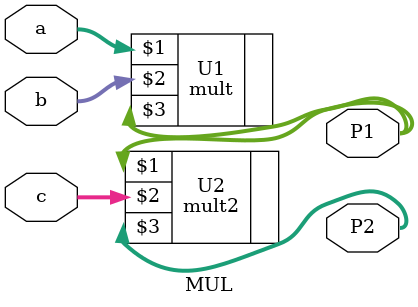
<source format=sv>

`include "mult.sv"
`include "mult2.sv"
`include "HA.sv"
`include "FAgates02.sv"

module MUL (
  input [3:0] a,b,
  input [7:0] c,
  output [7:0] P1,
  output [13:0]P2
);

  
  mult U1(a,b,P1);
  mult2 U2(P1,c,P2);
  
endmodule
  
</source>
